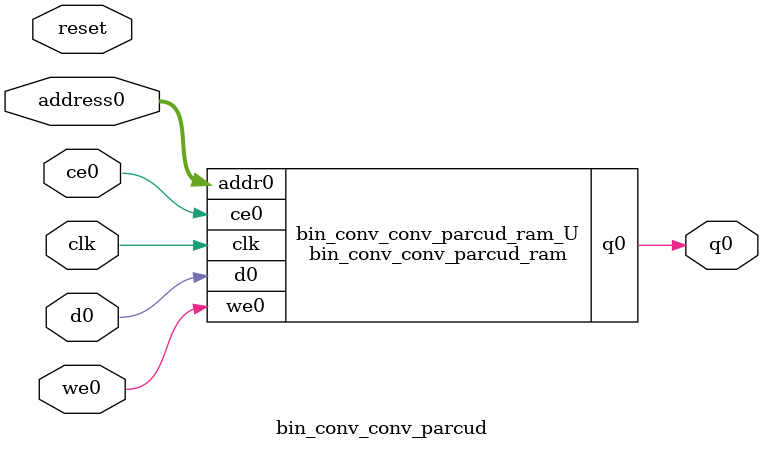
<source format=v>
`timescale 1 ns / 1 ps
module bin_conv_conv_parcud_ram (addr0, ce0, d0, we0, q0,  clk);

parameter DWIDTH = 1;
parameter AWIDTH = 5;
parameter MEM_SIZE = 18;

input[AWIDTH-1:0] addr0;
input ce0;
input[DWIDTH-1:0] d0;
input we0;
output reg[DWIDTH-1:0] q0;
input clk;

(* ram_style = "distributed" *)reg [DWIDTH-1:0] ram[0:MEM_SIZE-1];




always @(posedge clk)  
begin 
    if (ce0) 
    begin
        if (we0) 
        begin 
            ram[addr0] <= d0; 
        end 
        q0 <= ram[addr0];
    end
end


endmodule

`timescale 1 ns / 1 ps
module bin_conv_conv_parcud(
    reset,
    clk,
    address0,
    ce0,
    we0,
    d0,
    q0);

parameter DataWidth = 32'd1;
parameter AddressRange = 32'd18;
parameter AddressWidth = 32'd5;
input reset;
input clk;
input[AddressWidth - 1:0] address0;
input ce0;
input we0;
input[DataWidth - 1:0] d0;
output[DataWidth - 1:0] q0;



bin_conv_conv_parcud_ram bin_conv_conv_parcud_ram_U(
    .clk( clk ),
    .addr0( address0 ),
    .ce0( ce0 ),
    .we0( we0 ),
    .d0( d0 ),
    .q0( q0 ));

endmodule


</source>
